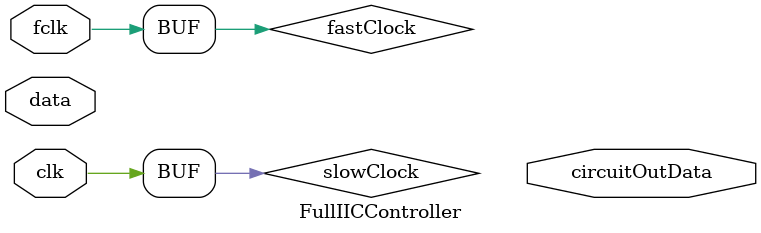
<source format=v>

module FullIICController(
		input 											  data,
		input 							 					clk,
		input 									  		  fclk,
		output reg	[7 : 0] 				 circuitOutData
    );
	 
	 wire slowClock ;
	 wire fastClock = fclk;
	 wire confirmSendSlow;
	 wire slowCounterOutput;
	 wire CounterThreshholdTriggered;
	 wire bitForParityCheck;
	 wire commInitBits;
	 wire scanCodeForChecking;
	 wire strobeEnable;
	 wire enableCheck;
	 wire parityDetected;
	 wire DATAOUT;
	 
	 assign slowClock = clk;
	 assign fastClock = fclk;
	
	 Counter #(4) SlowCounter(
			.controlClock		  	 (slowClock),
			.counterOutput(slowCounterOutput)
		);
	 
	 ThresholdTrigger sendData(
			.in(slowCounterOutput),
			.isGood(CounterThresholdTriggered),
		);
		
	 FastThresholdTrigger enableStrobe(
		.in(slowCounterOutput),
		.controlClock(fastClock),
		.isValid(strobeEnable)
    );
	
	 StrobeGeneratorWhenFull whatever(
		.controlClock(fastClock),
		.strobeEnable(strobeEnable),
		.validationStrobe(enableCheck)
		);
		
	 ParityChecker smhelse(
		.scanCodeForCheck(scanCodeForChecking),
		.parityCheckBit(bitForParityCheck),
		.validationSignal(parityDetected)
		);
		
	AsyncDebounceWithShiftRegister smh(
			.data(data),
			.clk(slowClock),
			.fclk(fastClock),
			.confirmSendData(CounterTresholdTriggered),
			.parityCheckBit(bitForParityCheck),
			.commInitBitsforChecking(commInitBits),
			.scanCode(scanCodeForChecking)
		);

	DataOutputRegister wtf(
			.controlClock(fastClock),
			.parityDetected(parityDetected),
			.strobeDetected(enableCheck),
			.scanCodeForBuffering(scanCodeForChecking),
			.interfaceDataOut(DATAOUT)
			);

endmodule 
</source>
